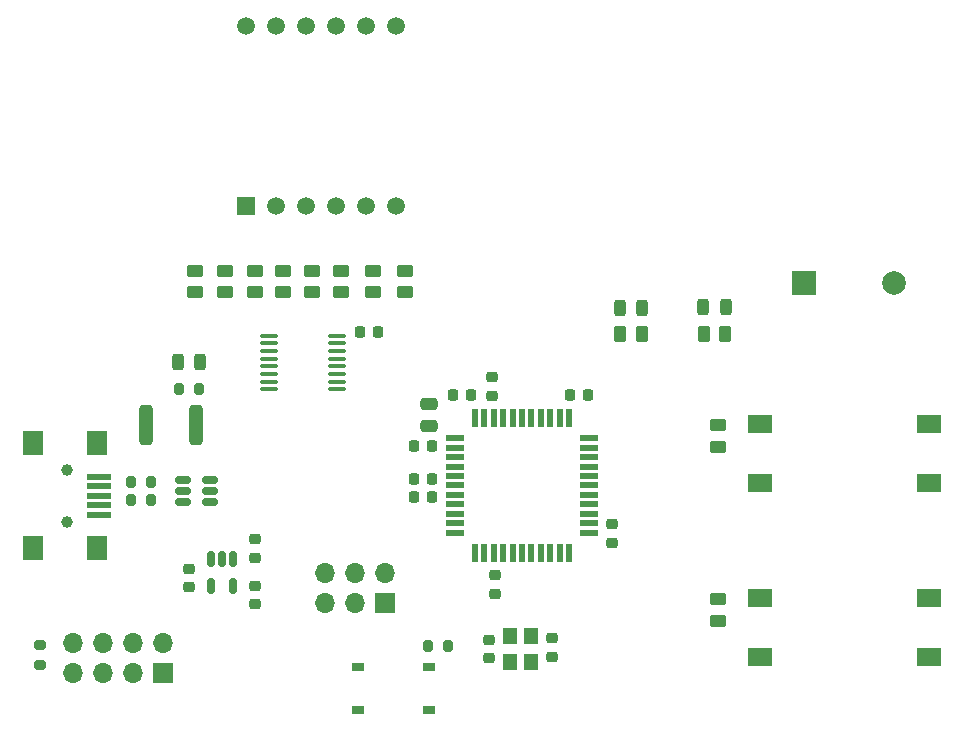
<source format=gbr>
%TF.GenerationSoftware,KiCad,Pcbnew,7.0.1*%
%TF.CreationDate,2023-04-05T01:24:12-06:00*%
%TF.ProjectId,ATMEGA_Kitchen_Timer,41544d45-4741-45f4-9b69-746368656e5f,rev?*%
%TF.SameCoordinates,Original*%
%TF.FileFunction,Soldermask,Top*%
%TF.FilePolarity,Negative*%
%FSLAX46Y46*%
G04 Gerber Fmt 4.6, Leading zero omitted, Abs format (unit mm)*
G04 Created by KiCad (PCBNEW 7.0.1) date 2023-04-05 01:24:12*
%MOMM*%
%LPD*%
G01*
G04 APERTURE LIST*
G04 Aperture macros list*
%AMRoundRect*
0 Rectangle with rounded corners*
0 $1 Rounding radius*
0 $2 $3 $4 $5 $6 $7 $8 $9 X,Y pos of 4 corners*
0 Add a 4 corners polygon primitive as box body*
4,1,4,$2,$3,$4,$5,$6,$7,$8,$9,$2,$3,0*
0 Add four circle primitives for the rounded corners*
1,1,$1+$1,$2,$3*
1,1,$1+$1,$4,$5*
1,1,$1+$1,$6,$7*
1,1,$1+$1,$8,$9*
0 Add four rect primitives between the rounded corners*
20,1,$1+$1,$2,$3,$4,$5,0*
20,1,$1+$1,$4,$5,$6,$7,0*
20,1,$1+$1,$6,$7,$8,$9,0*
20,1,$1+$1,$8,$9,$2,$3,0*%
G04 Aperture macros list end*
%ADD10RoundRect,0.225000X-0.250000X0.225000X-0.250000X-0.225000X0.250000X-0.225000X0.250000X0.225000X0*%
%ADD11RoundRect,0.225000X0.250000X-0.225000X0.250000X0.225000X-0.250000X0.225000X-0.250000X-0.225000X0*%
%ADD12R,1.200000X1.400000*%
%ADD13R,1.700000X1.700000*%
%ADD14O,1.700000X1.700000*%
%ADD15RoundRect,0.225000X0.225000X0.250000X-0.225000X0.250000X-0.225000X-0.250000X0.225000X-0.250000X0*%
%ADD16RoundRect,0.250000X0.450000X-0.262500X0.450000X0.262500X-0.450000X0.262500X-0.450000X-0.262500X0*%
%ADD17RoundRect,0.200000X-0.275000X0.200000X-0.275000X-0.200000X0.275000X-0.200000X0.275000X0.200000X0*%
%ADD18R,1.000000X0.700000*%
%ADD19C,1.000000*%
%ADD20R,2.000000X0.500000*%
%ADD21R,1.700000X2.000000*%
%ADD22R,1.500000X1.500000*%
%ADD23C,1.500000*%
%ADD24RoundRect,0.200000X0.200000X0.275000X-0.200000X0.275000X-0.200000X-0.275000X0.200000X-0.275000X0*%
%ADD25RoundRect,0.150000X-0.512500X-0.150000X0.512500X-0.150000X0.512500X0.150000X-0.512500X0.150000X0*%
%ADD26R,2.000000X2.000000*%
%ADD27C,2.000000*%
%ADD28RoundRect,0.225000X-0.225000X-0.250000X0.225000X-0.250000X0.225000X0.250000X-0.225000X0.250000X0*%
%ADD29RoundRect,0.243750X-0.243750X-0.456250X0.243750X-0.456250X0.243750X0.456250X-0.243750X0.456250X0*%
%ADD30RoundRect,0.243750X0.243750X0.456250X-0.243750X0.456250X-0.243750X-0.456250X0.243750X-0.456250X0*%
%ADD31R,1.500000X0.550000*%
%ADD32R,0.550000X1.500000*%
%ADD33RoundRect,0.200000X-0.200000X-0.275000X0.200000X-0.275000X0.200000X0.275000X-0.200000X0.275000X0*%
%ADD34RoundRect,0.150000X-0.150000X0.512500X-0.150000X-0.512500X0.150000X-0.512500X0.150000X0.512500X0*%
%ADD35RoundRect,0.100000X-0.637500X-0.100000X0.637500X-0.100000X0.637500X0.100000X-0.637500X0.100000X0*%
%ADD36R,2.000000X1.500000*%
%ADD37RoundRect,0.250000X-0.450000X0.262500X-0.450000X-0.262500X0.450000X-0.262500X0.450000X0.262500X0*%
%ADD38RoundRect,0.250000X-0.312500X-1.450000X0.312500X-1.450000X0.312500X1.450000X-0.312500X1.450000X0*%
%ADD39RoundRect,0.250000X-0.262500X-0.450000X0.262500X-0.450000X0.262500X0.450000X-0.262500X0.450000X0*%
%ADD40RoundRect,0.250000X0.475000X-0.250000X0.475000X0.250000X-0.475000X0.250000X-0.475000X-0.250000X0*%
G04 APERTURE END LIST*
D10*
%TO.C,C2*%
X127254000Y-102857000D03*
X127254000Y-104407000D03*
%TD*%
D11*
%TO.C,C12*%
X122174000Y-82309000D03*
X122174000Y-80759000D03*
%TD*%
D12*
%TO.C,Y1*%
X125437000Y-104859000D03*
X125437000Y-102659000D03*
X123737000Y-102659000D03*
X123737000Y-104859000D03*
%TD*%
D13*
%TO.C,J1*%
X113142000Y-99842000D03*
D14*
X113142000Y-97302000D03*
X110602000Y-99842000D03*
X110602000Y-97302000D03*
X108062000Y-99842000D03*
X108062000Y-97302000D03*
%TD*%
D15*
%TO.C,C10*%
X117094000Y-90932000D03*
X115544000Y-90932000D03*
%TD*%
D16*
%TO.C,R8*%
X102108000Y-73556500D03*
X102108000Y-71731500D03*
%TD*%
D17*
%TO.C,R17*%
X83947000Y-103442000D03*
X83947000Y-105092000D03*
%TD*%
D18*
%TO.C,S3*%
X116840000Y-108966000D03*
X110840000Y-108966000D03*
X116840000Y-105266000D03*
X110840000Y-105266000D03*
%TD*%
D15*
%TO.C,C6*%
X117107000Y-86614000D03*
X115557000Y-86614000D03*
%TD*%
D19*
%TO.C,J2*%
X86162000Y-88600000D03*
X86162000Y-93000000D03*
D20*
X88862000Y-89200000D03*
X88862000Y-90000000D03*
X88862000Y-90800000D03*
X88862000Y-91600000D03*
X88862000Y-92400000D03*
D21*
X88762000Y-86350000D03*
X83312000Y-86350000D03*
X88762000Y-95250000D03*
X83312000Y-95250000D03*
%TD*%
D10*
%TO.C,C7*%
X122428000Y-97523000D03*
X122428000Y-99073000D03*
%TD*%
D22*
%TO.C,U1*%
X101346000Y-66294000D03*
D23*
X103886000Y-66294000D03*
X106426000Y-66294000D03*
X108966000Y-66294000D03*
X111506000Y-66294000D03*
X114046000Y-66294000D03*
X114046000Y-51054000D03*
X111506000Y-51054000D03*
X108966000Y-51054000D03*
X106426000Y-51054000D03*
X103886000Y-51054000D03*
X101346000Y-51054000D03*
%TD*%
D24*
%TO.C,R13*%
X118427000Y-103505000D03*
X116777000Y-103505000D03*
%TD*%
D25*
%TO.C,U4*%
X96028115Y-89421688D03*
X96028115Y-90371688D03*
X96028115Y-91321688D03*
X98303115Y-91321688D03*
X98303115Y-90371688D03*
X98303115Y-89421688D03*
%TD*%
D11*
%TO.C,C15*%
X96520000Y-98552000D03*
X96520000Y-97002000D03*
%TD*%
D16*
%TO.C,R7*%
X106934000Y-73556500D03*
X106934000Y-71731500D03*
%TD*%
D26*
%TO.C,LS1*%
X148600000Y-72771000D03*
D27*
X156200000Y-72771000D03*
%TD*%
D28*
%TO.C,C1*%
X110985000Y-76962000D03*
X112535000Y-76962000D03*
%TD*%
D16*
%TO.C,R6*%
X104521000Y-73556500D03*
X104521000Y-71731500D03*
%TD*%
%TO.C,R9*%
X99568000Y-73556500D03*
X99568000Y-71731500D03*
%TD*%
D29*
%TO.C,D1*%
X133024000Y-74930000D03*
X134899000Y-74930000D03*
%TD*%
D30*
%TO.C,D3*%
X97457500Y-79502000D03*
X95582500Y-79502000D03*
%TD*%
D31*
%TO.C,U3*%
X119014000Y-85916000D03*
X119014000Y-86716000D03*
X119014000Y-87516000D03*
X119014000Y-88316000D03*
X119014000Y-89116000D03*
X119014000Y-89916000D03*
X119014000Y-90716000D03*
X119014000Y-91516000D03*
X119014000Y-92316000D03*
X119014000Y-93116000D03*
X119014000Y-93916000D03*
D32*
X120714000Y-95616000D03*
X121514000Y-95616000D03*
X122314000Y-95616000D03*
X123114000Y-95616000D03*
X123914000Y-95616000D03*
X124714000Y-95616000D03*
X125514000Y-95616000D03*
X126314000Y-95616000D03*
X127114000Y-95616000D03*
X127914000Y-95616000D03*
X128714000Y-95616000D03*
D31*
X130414000Y-93916000D03*
X130414000Y-93116000D03*
X130414000Y-92316000D03*
X130414000Y-91516000D03*
X130414000Y-90716000D03*
X130414000Y-89916000D03*
X130414000Y-89116000D03*
X130414000Y-88316000D03*
X130414000Y-87516000D03*
X130414000Y-86716000D03*
X130414000Y-85916000D03*
D32*
X128714000Y-84216000D03*
X127914000Y-84216000D03*
X127114000Y-84216000D03*
X126314000Y-84216000D03*
X125514000Y-84216000D03*
X124714000Y-84216000D03*
X123914000Y-84216000D03*
X123114000Y-84216000D03*
X122314000Y-84216000D03*
X121514000Y-84216000D03*
X120714000Y-84216000D03*
%TD*%
D15*
%TO.C,C11*%
X120409000Y-82296000D03*
X118859000Y-82296000D03*
%TD*%
D33*
%TO.C,R15*%
X91631911Y-89635905D03*
X93281911Y-89635905D03*
%TD*%
D34*
%TO.C,U5*%
X100264000Y-96144500D03*
X99314000Y-96144500D03*
X98364000Y-96144500D03*
X98364000Y-98419500D03*
X100264000Y-98419500D03*
%TD*%
D33*
%TO.C,R14*%
X91631000Y-91186000D03*
X93281000Y-91186000D03*
%TD*%
D10*
%TO.C,C5*%
X132321000Y-93218000D03*
X132321000Y-94768000D03*
%TD*%
%TO.C,C3*%
X121920000Y-102984000D03*
X121920000Y-104534000D03*
%TD*%
%TO.C,C14*%
X102108000Y-98399000D03*
X102108000Y-99949000D03*
%TD*%
D16*
%TO.C,R5*%
X114808000Y-73556500D03*
X114808000Y-71731500D03*
%TD*%
D24*
%TO.C,R16*%
X97345000Y-81788000D03*
X95695000Y-81788000D03*
%TD*%
D35*
%TO.C,U2*%
X103309500Y-77227000D03*
X103309500Y-77877000D03*
X103309500Y-78527000D03*
X103309500Y-79177000D03*
X103309500Y-79827000D03*
X103309500Y-80477000D03*
X103309500Y-81127000D03*
X103309500Y-81777000D03*
X109034500Y-81777000D03*
X109034500Y-81127000D03*
X109034500Y-80477000D03*
X109034500Y-79827000D03*
X109034500Y-79177000D03*
X109034500Y-78527000D03*
X109034500Y-77877000D03*
X109034500Y-77227000D03*
%TD*%
D36*
%TO.C,S1*%
X159169000Y-89749000D03*
X144869000Y-89749000D03*
X159169000Y-84749000D03*
X144869000Y-84749000D03*
%TD*%
D37*
%TO.C,R1*%
X141351000Y-84812500D03*
X141351000Y-86637500D03*
%TD*%
D11*
%TO.C,C13*%
X102108000Y-96038000D03*
X102108000Y-94488000D03*
%TD*%
D16*
%TO.C,R12*%
X112141000Y-73556500D03*
X112141000Y-71731500D03*
%TD*%
D38*
%TO.C,F1*%
X92858500Y-84836000D03*
X97133500Y-84836000D03*
%TD*%
D28*
%TO.C,C4*%
X128778000Y-82296000D03*
X130328000Y-82296000D03*
%TD*%
D39*
%TO.C,R3*%
X133049000Y-77089000D03*
X134874000Y-77089000D03*
%TD*%
D15*
%TO.C,C9*%
X117094000Y-89408000D03*
X115544000Y-89408000D03*
%TD*%
D13*
%TO.C,J3*%
X94351000Y-105811000D03*
D14*
X94351000Y-103271000D03*
X91811000Y-105811000D03*
X91811000Y-103271000D03*
X89271000Y-105811000D03*
X89271000Y-103271000D03*
X86731000Y-105811000D03*
X86731000Y-103271000D03*
%TD*%
D16*
%TO.C,R10*%
X97028000Y-73556500D03*
X97028000Y-71731500D03*
%TD*%
D37*
%TO.C,R2*%
X141351000Y-99544500D03*
X141351000Y-101369500D03*
%TD*%
D40*
%TO.C,C8*%
X116840000Y-84897000D03*
X116840000Y-82997000D03*
%TD*%
D36*
%TO.C,S2*%
X159169000Y-104481000D03*
X144869000Y-104481000D03*
X159169000Y-99481000D03*
X144869000Y-99481000D03*
%TD*%
D39*
%TO.C,R4*%
X140106000Y-77089000D03*
X141931000Y-77089000D03*
%TD*%
D16*
%TO.C,R11*%
X109368612Y-73559151D03*
X109368612Y-71734151D03*
%TD*%
D29*
%TO.C,D2*%
X140081000Y-74803000D03*
X141956000Y-74803000D03*
%TD*%
M02*

</source>
